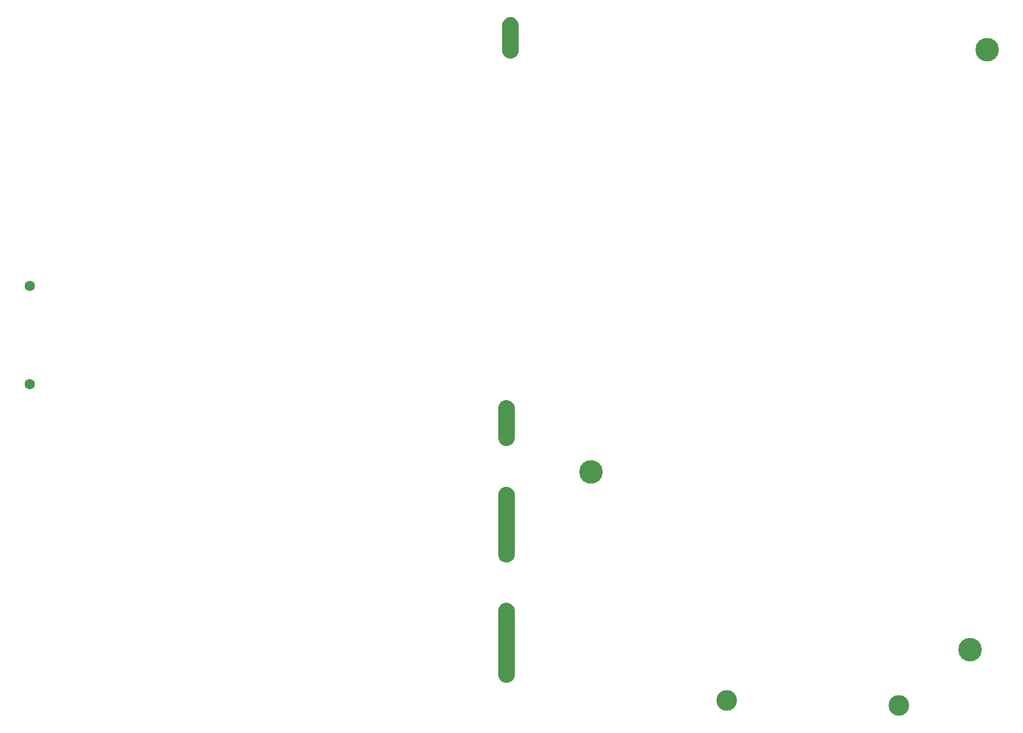
<source format=gbr>
%TF.GenerationSoftware,Altium Limited,Altium Designer,20.0.13 (296)*%
G04 Layer_Color=0*
%FSLAX26Y26*%
%MOIN*%
%TF.FileFunction,NonPlated,1,2,NPTH,Drill*%
%TF.Part,Single*%
G01*
G75*
%TA.AperFunction,ComponentDrill*%
%ADD199C,0.125000*%
%ADD200C,0.063000*%
%ADD201C,0.142000*%
G36*
X2984985Y311000D02*
Y304415D01*
X2988393Y291695D01*
X2994978Y280290D01*
X3004290Y270978D01*
X3015695Y264393D01*
X3028415Y260985D01*
X3041584D01*
X3054305Y264393D01*
X3065710Y270978D01*
X3075022Y280290D01*
X3081606Y291695D01*
X3085015Y304415D01*
Y311000D01*
D01*
Y694000D01*
Y700585D01*
X3081606Y713305D01*
X3075022Y724710D01*
X3065710Y734022D01*
X3054305Y740606D01*
X3041584Y744015D01*
X3028415D01*
X3015695Y740606D01*
X3004290Y734022D01*
X2994978Y724710D01*
X2988393Y713305D01*
X2984985Y700585D01*
Y694000D01*
D01*
Y311000D01*
D02*
G37*
G36*
Y1036000D02*
Y1029415D01*
X2988393Y1016695D01*
X2994978Y1005290D01*
X3004290Y995978D01*
X3015695Y989393D01*
X3028415Y985985D01*
X3041584D01*
X3054305Y989393D01*
X3065710Y995978D01*
X3075022Y1005290D01*
X3081606Y1016695D01*
X3085015Y1029415D01*
Y1036000D01*
D01*
Y1394000D01*
Y1400584D01*
X3081606Y1413305D01*
X3075022Y1424710D01*
X3065710Y1434022D01*
X3054305Y1440607D01*
X3041584Y1444015D01*
X3028415D01*
X3015695Y1440607D01*
X3004290Y1434022D01*
X2994978Y1424710D01*
X2988393Y1413305D01*
X2984985Y1400584D01*
Y1394000D01*
D01*
Y1036000D01*
D02*
G37*
G36*
Y1742000D02*
Y1735415D01*
X2988393Y1722695D01*
X2994978Y1711290D01*
X3004290Y1701978D01*
X3015695Y1695393D01*
X3028415Y1691985D01*
X3041584D01*
X3054305Y1695393D01*
X3065710Y1701978D01*
X3075022Y1711290D01*
X3081606Y1722695D01*
X3085015Y1735415D01*
Y1742000D01*
D01*
Y1918000D01*
Y1924584D01*
X3081606Y1937305D01*
X3075022Y1948710D01*
X3065710Y1958022D01*
X3054305Y1964607D01*
X3041584Y1968015D01*
X3028415D01*
X3015695Y1964607D01*
X3004290Y1958022D01*
X2994978Y1948710D01*
X2988393Y1937305D01*
X2984985Y1924584D01*
Y1918000D01*
D01*
Y1742000D01*
D02*
G37*
G36*
X3009985Y4080000D02*
Y4073415D01*
X3013393Y4060695D01*
X3019978Y4049290D01*
X3029290Y4039978D01*
X3040695Y4033393D01*
X3053415Y4029985D01*
X3066584D01*
X3079305Y4033393D01*
X3090710Y4039978D01*
X3100022Y4049290D01*
X3106606Y4060695D01*
X3110015Y4073415D01*
Y4080000D01*
D01*
Y4229000D01*
Y4235584D01*
X3106606Y4248305D01*
X3100022Y4259710D01*
X3090710Y4269022D01*
X3079305Y4275606D01*
X3066584Y4279015D01*
X3053415D01*
X3040695Y4275606D01*
X3029290Y4269022D01*
X3019978Y4259710D01*
X3013393Y4248305D01*
X3009985Y4235584D01*
Y4229000D01*
D01*
Y4080000D01*
D02*
G37*
D199*
X4365004Y155000D02*
D03*
X5407004Y125000D02*
D03*
D200*
X155000Y2065000D02*
D03*
Y2656000D02*
D03*
D201*
X3545000Y1535000D02*
D03*
X5835000Y460000D02*
D03*
X5940000Y4085000D02*
D03*
%TF.MD5,7d41fe98f3773daf4d89879e30cd617a*%
M02*

</source>
